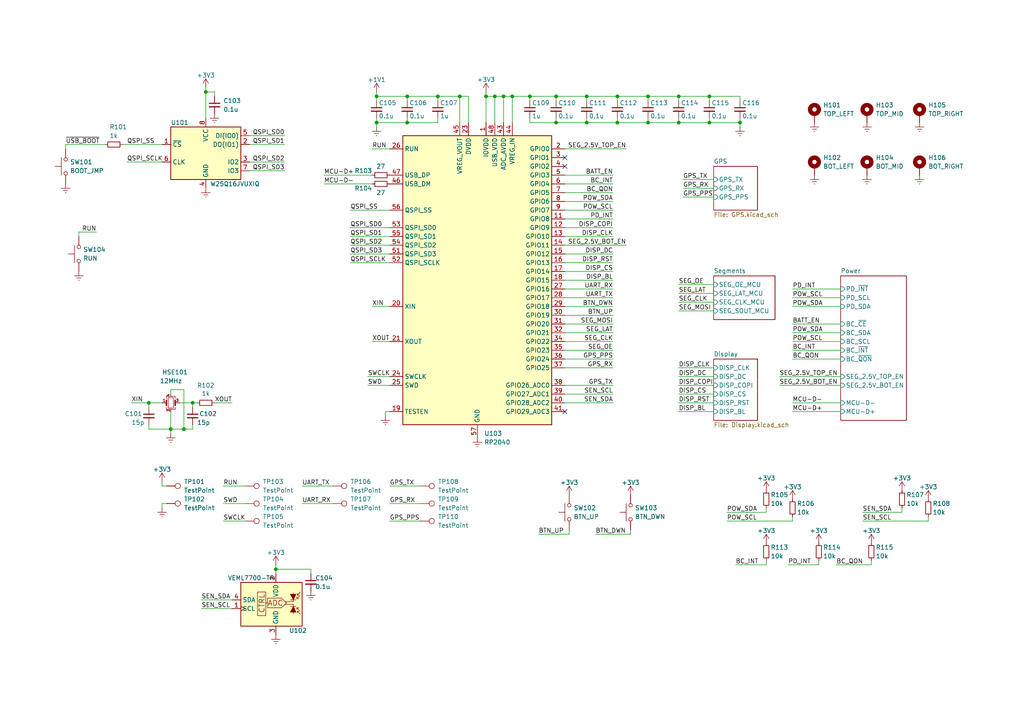
<source format=kicad_sch>
(kicad_sch (version 20211123) (generator eeschema)
  (paper "A4")
  (lib_symbols
    (symbol "Clock:VEML7700-TR"
      (property "Reference" "U" (at -7.62 6.35 0))
      (property "Value" "VEML7700-TR" (at 1.27 6.35 0))
      (symbol "VEML7700-TR_0_0"
        (polyline (pts (xy 2.413 -0.889) (xy 2.794 -0.889)))
        (polyline (pts (xy -5.08 -4.064) (xy -5.08 -1.27) (xy -2.667 -1.27)))
        (polyline (pts (xy -5.08 2.032) (xy -5.08 -0.508) (xy -2.667 -0.508)))
        (polyline (pts (xy -3.048 -0.889) (xy -1.651 -2.286) (xy 2.413 -2.286) (xy 2.413 -0.889)))
        (polyline (pts (xy -3.048 -0.889) (xy -1.651 0.508) (xy 2.413 0.508) (xy 2.413 -0.889)))
        (rectangle (start 2.921 2.286) (end 5.334 -4.572))
        (text "ADC" (at 0.127 -0.889 0) (effects (font (size 1.524 1.524))))
        (text "CTRL" (at 4.064 -1.016 900) (effects (font (size 1.524 1.524))))
      )
      (symbol "VEML7700-TR_0_1"
        (polyline (pts (xy -6.223 -3.302) (xy -7.112 -4.191)))
        (polyline (pts (xy -6.223 -3.302) (xy -6.731 -3.302)))
        (polyline (pts (xy -6.223 -3.302) (xy -6.223 -3.81)))
        (polyline (pts (xy -6.223 1.397) (xy -7.112 2.286)))
        (polyline (pts (xy -6.223 1.397) (xy -6.731 1.397)))
        (polyline (pts (xy -6.223 1.397) (xy -6.223 1.905)))
        (polyline (pts (xy -6.096 -2.286) (xy -6.985 -3.175)))
        (polyline (pts (xy -6.096 -2.286) (xy -6.604 -2.286)))
        (polyline (pts (xy -6.096 -2.286) (xy -6.096 -2.794)))
        (polyline (pts (xy -6.096 0.381) (xy -6.985 1.27)))
        (polyline (pts (xy -6.096 0.381) (xy -6.604 0.381)))
        (polyline (pts (xy -6.096 0.381) (xy -6.096 0.889)))
        (polyline (pts (xy -5.842 -1.905) (xy -4.191 -1.905)))
        (polyline (pts (xy -5.842 0) (xy -4.191 0)))
        (polyline (pts (xy -5.842 -3.556) (xy -4.191 -3.556) (xy -5.08 -1.905) (xy -5.842 -3.556)) (fill (type outline)))
        (polyline (pts (xy -5.842 1.651) (xy -4.191 1.651) (xy -5.08 0) (xy -5.842 1.651)) (fill (type outline)))
        (rectangle (start 10.16 5.08) (end -7.62 -7.62) (stroke (width 0.254)) (fill (type background)))
      )
      (symbol "VEML7700-TR_1_1"
        (pin input clock (at 12.7 -2.54 180) (length 2.54) (name "SCL") (number "1"))
        (pin power_in line (at 0 7.62 270) (length 2.54) (name "VDD") (number "2"))
        (pin power_in line (at 0 -10.16 90) (length 2.54) (name "GND") (number "3"))
        (pin bidirectional line (at 12.7 0 180) (length 2.54) (name "SDA") (number "4"))
      )
    )
    (symbol "Clock:W25Q16JVUXIQ"
      (property "Reference" "U" (at -8.89 8.89 0))
      (property "Value" "W25Q16JVUXIQ" (at 7.62 8.89 0))
      (symbol "W25Q16JVUXIQ_0_1"
        (rectangle (start -10.16 7.62) (end 10.16 -7.62) (stroke (width 0.254)) (fill (type background)))
      )
      (symbol "W25Q16JVUXIQ_1_1"
        (pin input line (at -12.7 2.54 0) (length 2.54) (name "~{CS}") (number "1"))
        (pin bidirectional line (at 12.7 2.54 180) (length 2.54) (name "DO(IO1)") (number "2"))
        (pin bidirectional line (at 12.7 -2.54 180) (length 2.54) (name "IO2") (number "3"))
        (pin power_in line (at 0 -10.16 90) (length 2.54) (name "GND") (number "4"))
        (pin bidirectional line (at 12.7 5.08 180) (length 2.54) (name "DI(IO0)") (number "5"))
        (pin input line (at -12.7 -2.54 0) (length 2.54) (name "CLK") (number "6"))
        (pin bidirectional line (at 12.7 -5.08 180) (length 2.54) (name "IO3") (number "7"))
        (pin power_in line (at 0 10.16 270) (length 2.54) (name "VCC") (number "8"))
      )
    )
    (symbol "Connector:TestPoint" (pin_numbers hide) (pin_names (offset 0.762) hide)
      (property "Reference" "TP" (at 0 6.858 0))
      (property "Value" "TestPoint" (at 0 5.08 0))
      (symbol "TestPoint_0_1"
        (circle (center 0 3.302) (radius 0.762))
      )
      (symbol "TestPoint_1_1"
        (pin passive line (at 0 0 90) (length 2.54) (name "1") (number "1"))
      )
    )
    (symbol "Device:C_Small" (pin_numbers hide) (pin_names (offset 0.254) hide)
      (property "Reference" "C" (at 0.254 1.778 0))
      (property "Value" "C_Small" (at 0.254 -2.032 0))
      (symbol "C_Small_0_1"
        (polyline (pts (xy -1.524 -0.508) (xy 1.524 -0.508)) (stroke (width 0.3302)))
        (polyline (pts (xy -1.524 0.508) (xy 1.524 0.508)) (stroke (width 0.3048)))
      )
      (symbol "C_Small_1_1"
        (pin passive line (at 0 2.54 270) (length 2.032) (name "~") (number "1"))
        (pin passive line (at 0 -2.54 90) (length 2.032) (name "~") (number "2"))
      )
    )
    (symbol "Device:Crystal_GND24_Small" (pin_names (offset 1.016) hide)
      (property "Reference" "Y" (at 1.27 4.445 0))
      (property "Value" "Crystal_GND24_Small" (at 1.27 2.54 0))
      (symbol "Crystal_GND24_Small_0_1"
        (rectangle (start -0.762 -1.524) (end 0.762 1.524))
        (polyline (pts (xy -1.27 -0.762) (xy -1.27 0.762)) (stroke (width 0.381)))
        (polyline (pts (xy 1.27 -0.762) (xy 1.27 0.762)) (stroke (width 0.381)))
        (polyline (pts (xy -1.27 -1.27) (xy -1.27 -1.905) (xy 1.27 -1.905) (xy 1.27 -1.27)))
        (polyline (pts (xy -1.27 1.27) (xy -1.27 1.905) (xy 1.27 1.905) (xy 1.27 1.27)))
      )
      (symbol "Crystal_GND24_Small_1_1"
        (pin passive line (at -2.54 0 0) (length 1.27) (name "1") (number "1"))
        (pin passive line (at 0 -2.54 90) (length 0.635) (name "2") (number "2"))
        (pin passive line (at 2.54 0 180) (length 1.27) (name "3") (number "3"))
        (pin passive line (at 0 2.54 270) (length 0.635) (name "4") (number "4"))
      )
    )
    (symbol "Device:R_Small" (pin_numbers hide) (pin_names (offset 0.254) hide)
      (property "Reference" "R" (at 0.762 0.508 0))
      (property "Value" "R_Small" (at 0.762 -1.016 0))
      (symbol "R_Small_0_1"
        (rectangle (start -0.762 1.778) (end 0.762 -1.778) (stroke (width 0.2032)))
      )
      (symbol "R_Small_1_1"
        (pin passive line (at 0 2.54 270) (length 0.762) (name "~") (number "1"))
        (pin passive line (at 0 -2.54 90) (length 0.762) (name "~") (number "2"))
      )
    )
    (symbol "MCU_RaspberryPi:RP2040"
      (property "Reference" "U" (at 17.78 45.72 0))
      (property "Value" "RP2040" (at 17.78 43.18 0))
      (symbol "RP2040_0_1"
        (rectangle (start -21.59 41.91) (end 21.59 -41.91) (stroke (width 0.254)) (fill (type background)))
      )
      (symbol "RP2040_1_1"
        (pin power_in line (at 2.54 45.72 270) (length 3.81) (name "IOVDD") (number "1"))
        (pin passive line (at 2.54 45.72 270) (length 3.81) hide (name "IOVDD") (number "10"))
        (pin bidirectional line (at 25.4 17.78 180) (length 3.81) (name "GPIO8") (number "11"))
        (pin bidirectional line (at 25.4 15.24 180) (length 3.81) (name "GPIO9") (number "12"))
        (pin bidirectional line (at 25.4 12.7 180) (length 3.81) (name "GPIO10") (number "13"))
        (pin bidirectional line (at 25.4 10.16 180) (length 3.81) (name "GPIO11") (number "14"))
        (pin bidirectional line (at 25.4 7.62 180) (length 3.81) (name "GPIO12") (number "15"))
        (pin bidirectional line (at 25.4 5.08 180) (length 3.81) (name "GPIO13") (number "16"))
        (pin bidirectional line (at 25.4 2.54 180) (length 3.81) (name "GPIO14") (number "17"))
        (pin bidirectional line (at 25.4 0 180) (length 3.81) (name "GPIO15") (number "18"))
        (pin input line (at -25.4 -38.1 0) (length 3.81) (name "TESTEN") (number "19"))
        (pin bidirectional line (at 25.4 38.1 180) (length 3.81) (name "GPIO0") (number "2"))
        (pin input line (at -25.4 -7.62 0) (length 3.81) (name "XIN") (number "20"))
        (pin passive line (at -25.4 -17.78 0) (length 3.81) (name "XOUT") (number "21"))
        (pin passive line (at 2.54 45.72 270) (length 3.81) hide (name "IOVDD") (number "22"))
        (pin power_in line (at -2.54 45.72 270) (length 3.81) (name "DVDD") (number "23"))
        (pin output line (at -25.4 -27.94 0) (length 3.81) (name "SWCLK") (number "24"))
        (pin bidirectional line (at -25.4 -30.48 0) (length 3.81) (name "SWD") (number "25"))
        (pin input line (at -25.4 38.1 0) (length 3.81) (name "RUN") (number "26"))
        (pin bidirectional line (at 25.4 -2.54 180) (length 3.81) (name "GPIO16") (number "27"))
        (pin bidirectional line (at 25.4 -5.08 180) (length 3.81) (name "GPIO17") (number "28"))
        (pin bidirectional line (at 25.4 -7.62 180) (length 3.81) (name "GPIO18") (number "29"))
        (pin bidirectional line (at 25.4 35.56 180) (length 3.81) (name "GPIO1") (number "3"))
        (pin bidirectional line (at 25.4 -10.16 180) (length 3.81) (name "GPIO19") (number "30"))
        (pin bidirectional line (at 25.4 -12.7 180) (length 3.81) (name "GPIO20") (number "31"))
        (pin bidirectional line (at 25.4 -15.24 180) (length 3.81) (name "GPIO21") (number "32"))
        (pin passive line (at 2.54 45.72 270) (length 3.81) hide (name "IOVDD") (number "33"))
        (pin bidirectional line (at 25.4 -17.78 180) (length 3.81) (name "GPIO22") (number "34"))
        (pin bidirectional line (at 25.4 -20.32 180) (length 3.81) (name "GPIO23") (number "35"))
        (pin bidirectional line (at 25.4 -22.86 180) (length 3.81) (name "GPIO24") (number "36"))
        (pin bidirectional line (at 25.4 -25.4 180) (length 3.81) (name "GPIO25") (number "37"))
        (pin bidirectional line (at 25.4 -30.48 180) (length 3.81) (name "GPIO26_ADC0") (number "38"))
        (pin bidirectional line (at 25.4 -33.02 180) (length 3.81) (name "GPIO27_ADC1") (number "39"))
        (pin bidirectional line (at 25.4 33.02 180) (length 3.81) (name "GPIO2") (number "4"))
        (pin bidirectional line (at 25.4 -35.56 180) (length 3.81) (name "GPIO28_ADC2") (number "40"))
        (pin bidirectional line (at 25.4 -38.1 180) (length 3.81) (name "GPIO29_ADC3") (number "41"))
        (pin passive line (at 2.54 45.72 270) (length 3.81) hide (name "IOVDD") (number "42"))
        (pin power_in line (at 7.62 45.72 270) (length 3.81) (name "ADC_AVDD") (number "43"))
        (pin power_in line (at 10.16 45.72 270) (length 3.81) (name "VREG_IN") (number "44"))
        (pin power_out line (at -5.08 45.72 270) (length 3.81) (name "VREG_VOUT") (number "45"))
        (pin bidirectional line (at -25.4 27.94 0) (length 3.81) (name "USB_DM") (number "46"))
        (pin bidirectional line (at -25.4 30.48 0) (length 3.81) (name "USB_DP") (number "47"))
        (pin power_in line (at 5.08 45.72 270) (length 3.81) (name "USB_VDD") (number "48"))
        (pin passive line (at 2.54 45.72 270) (length 3.81) hide (name "IOVDD") (number "49"))
        (pin bidirectional line (at 25.4 30.48 180) (length 3.81) (name "GPIO3") (number "5"))
        (pin passive line (at -2.54 45.72 270) (length 3.81) hide (name "DVDD") (number "50"))
        (pin bidirectional line (at -25.4 7.62 0) (length 3.81) (name "QSPI_SD3") (number "51"))
        (pin output line (at -25.4 5.08 0) (length 3.81) (name "QSPI_SCLK") (number "52"))
        (pin bidirectional line (at -25.4 15.24 0) (length 3.81) (name "QSPI_SD0") (number "53"))
        (pin bidirectional line (at -25.4 10.16 0) (length 3.81) (name "QSPI_SD2") (number "54"))
        (pin bidirectional line (at -25.4 12.7 0) (length 3.81) (name "QSPI_SD1") (number "55"))
        (pin bidirectional line (at -25.4 20.32 0) (length 3.81) (name "QSPI_SS") (number "56"))
        (pin power_in line (at 0 -45.72 90) (length 3.81) (name "GND") (number "57"))
        (pin bidirectional line (at 25.4 27.94 180) (length 3.81) (name "GPIO4") (number "6"))
        (pin bidirectional line (at 25.4 25.4 180) (length 3.81) (name "GPIO5") (number "7"))
        (pin bidirectional line (at 25.4 22.86 180) (length 3.81) (name "GPIO6") (number "8"))
        (pin bidirectional line (at 25.4 20.32 180) (length 3.81) (name "GPIO7") (number "9"))
      )
    )
    (symbol "Mechanical:MountingHole_Pad" (pin_numbers hide) (pin_names (offset 1.016) hide)
      (property "Reference" "H" (at 0 6.35 0))
      (property "Value" "MountingHole_Pad" (at 0 4.445 0))
      (symbol "MountingHole_Pad_0_1"
        (circle (center 0 1.27) (radius 1.27) (stroke (width 1.27)))
      )
      (symbol "MountingHole_Pad_1_1"
        (pin input line (at 0 -2.54 90) (length 2.54) (name "1") (number "1"))
      )
    )
    (symbol "Switch:SW_Push" (pin_numbers hide) (pin_names (offset 1.016) hide)
      (property "Reference" "SW" (at 1.27 2.54 0))
      (property "Value" "SW_Push" (at 0 -1.524 0))
      (symbol "SW_Push_0_1"
        (circle (center -2.032 0) (radius 0.508))
        (polyline (pts (xy 0 1.27) (xy 0 3.048)))
        (polyline (pts (xy 2.54 1.27) (xy -2.54 1.27)))
        (circle (center 2.032 0) (radius 0.508))
        (pin passive line (at -5.08 0 0) (length 2.54) (name "1") (number "1"))
        (pin passive line (at 5.08 0 180) (length 2.54) (name "2") (number "2"))
      )
    )
    (symbol "power:+1V1" (power) (pin_names (offset 0))
      (property "Value" "+1V1" (at 0 3.556 0))
      (symbol "+1V1_0_1"
        (polyline (pts (xy -0.762 1.27) (xy 0 2.54)))
        (polyline (pts (xy 0 0) (xy 0 2.54)))
        (polyline (pts (xy 0 2.54) (xy 0.762 1.27)))
      )
      (symbol "+1V1_1_1"
        (pin power_in line (at 0 0 90) (length 0) hide (name "+1V1") (number "1"))
      )
    )
    (symbol "power:+3V3" (power) (pin_names (offset 0))
      (property "Value" "+3V3" (at 0 3.556 0))
      (symbol "+3V3_0_1"
        (polyline (pts (xy -0.762 1.27) (xy 0 2.54)))
        (polyline (pts (xy 0 0) (xy 0 2.54)))
        (polyline (pts (xy 0 2.54) (xy 0.762 1.27)))
      )
      (symbol "+3V3_1_1"
        (pin power_in line (at 0 0 90) (length 0) hide (name "+3V3") (number "1"))
      )
    )
    (symbol "power:Earth" (power) (pin_names (offset 0))
      (symbol "Earth_0_1"
        (polyline (pts (xy -0.635 -1.905) (xy 0.635 -1.905)))
        (polyline (pts (xy -0.127 -2.54) (xy 0.127 -2.54)))
        (polyline (pts (xy 0 -1.27) (xy 0 0)))
        (polyline (pts (xy 1.27 -1.27) (xy -1.27 -1.27)))
      )
      (symbol "Earth_1_1"
        (pin power_in line (at 0 0 270) (length 0) hide (name "Earth") (number "1"))
      )
    )
  )
  (junction (at 161.29 35.56))
  (junction (at 59.69 26.67))
  (junction (at 53.34 124.46))
  (junction (at 109.22 35.56))
  (junction (at 133.35 27.94))
  (junction (at 161.29 27.94))
  (junction (at 43.18 116.84))
  (junction (at 80.01 165.1))
  (junction (at 170.18 35.56))
  (junction (at 170.18 27.94))
  (junction (at 214.63 35.56))
  (junction (at 55.88 116.84))
  (junction (at 196.85 27.94))
  (junction (at 127 27.94))
  (junction (at 143.51 27.94))
  (junction (at 196.85 35.56))
  (junction (at 187.96 35.56))
  (junction (at 205.74 27.94))
  (junction (at 153.67 27.94))
  (junction (at 187.96 27.94))
  (junction (at 49.53 124.46))
  (junction (at 109.22 27.94))
  (junction (at 140.97 27.94))
  (junction (at 148.59 27.94))
  (junction (at 205.74 35.56))
  (junction (at 146.05 27.94))
  (junction (at 118.11 35.56))
  (junction (at 179.07 35.56))
  (junction (at 118.11 27.94))
  (junction (at 179.07 27.94))
  (no_connect (at 163.83 119.38))
  (no_connect (at 163.83 45.72))
  (no_connect (at 163.83 48.26))
  (wire (pts (xy 53.34 124.46) (xy 49.53 124.46)))
  (wire (pts (xy 187.96 27.94) (xy 187.96 29.21)))
  (wire (pts (xy 19.05 41.91) (xy 30.48 41.91)))
  (wire (pts (xy 55.88 116.84) (xy 55.88 118.11)))
  (wire (pts (xy 196.85 119.38) (xy 207.01 119.38)))
  (wire (pts (xy 163.83 88.9) (xy 177.8 88.9)))
  (wire (pts (xy 53.34 113.03) (xy 53.34 124.46)))
  (wire (pts (xy 107.95 43.18) (xy 113.03 43.18)))
  (wire (pts (xy 196.85 111.76) (xy 207.01 111.76)))
  (wire (pts (xy 161.29 27.94) (xy 170.18 27.94)))
  (wire (pts (xy 226.06 109.22) (xy 243.84 109.22)))
  (wire (pts (xy 170.18 27.94) (xy 179.07 27.94)))
  (wire (pts (xy 205.74 35.56) (xy 196.85 35.56)))
  (wire (pts (xy 27.94 67.31) (xy 22.86 67.31)))
  (wire (pts (xy 177.8 55.88) (xy 163.83 55.88)))
  (wire (pts (xy 90.17 165.1) (xy 80.01 165.1)))
  (wire (pts (xy 187.96 34.29) (xy 187.96 35.56)))
  (wire (pts (xy 170.18 35.56) (xy 161.29 35.56)))
  (wire (pts (xy 80.01 163.83) (xy 80.01 165.1)))
  (wire (pts (xy 163.83 91.44) (xy 177.8 91.44)))
  (wire (pts (xy 250.19 151.13) (xy 269.24 151.13)))
  (wire (pts (xy 43.18 124.46) (xy 49.53 124.46)))
  (wire (pts (xy 226.06 111.76) (xy 243.84 111.76)))
  (wire (pts (xy 198.12 54.61) (xy 207.01 54.61)))
  (wire (pts (xy 87.63 146.05) (xy 96.52 146.05)))
  (wire (pts (xy 229.87 101.6) (xy 243.84 101.6)))
  (wire (pts (xy 72.39 39.37) (xy 82.55 39.37)))
  (wire (pts (xy 140.97 35.56) (xy 140.97 27.94)))
  (wire (pts (xy 163.83 76.2) (xy 177.8 76.2)))
  (wire (pts (xy 118.11 34.29) (xy 118.11 35.56)))
  (wire (pts (xy 165.1 154.94) (xy 165.1 153.67)))
  (wire (pts (xy 72.39 49.53) (xy 82.55 49.53)))
  (wire (pts (xy 113.03 146.05) (xy 121.92 146.05)))
  (wire (pts (xy 118.11 27.94) (xy 118.11 29.21)))
  (wire (pts (xy 64.77 140.97) (xy 71.12 140.97)))
  (wire (pts (xy 163.83 83.82) (xy 177.8 83.82)))
  (wire (pts (xy 46.99 139.7) (xy 46.99 140.97)))
  (wire (pts (xy 250.19 148.59) (xy 261.62 148.59)))
  (wire (pts (xy 109.22 35.56) (xy 109.22 36.83)))
  (wire (pts (xy 207.01 85.09) (xy 196.85 85.09)))
  (wire (pts (xy 229.87 96.52) (xy 243.84 96.52)))
  (wire (pts (xy 214.63 35.56) (xy 214.63 36.83)))
  (wire (pts (xy 111.76 119.38) (xy 113.03 119.38)))
  (wire (pts (xy 148.59 27.94) (xy 148.59 35.56)))
  (wire (pts (xy 182.88 153.67) (xy 182.88 154.94)))
  (wire (pts (xy 127 35.56) (xy 118.11 35.56)))
  (wire (pts (xy 93.98 50.8) (xy 107.95 50.8)))
  (wire (pts (xy 153.67 27.94) (xy 161.29 27.94)))
  (wire (pts (xy 43.18 116.84) (xy 46.99 116.84)))
  (wire (pts (xy 252.73 163.83) (xy 252.73 162.56)))
  (wire (pts (xy 229.87 86.36) (xy 243.84 86.36)))
  (wire (pts (xy 19.05 43.18) (xy 19.05 41.91)))
  (wire (pts (xy 163.83 104.14) (xy 177.8 104.14)))
  (wire (pts (xy 163.83 96.52) (xy 177.8 96.52)))
  (wire (pts (xy 222.25 147.32) (xy 222.25 148.59)))
  (wire (pts (xy 196.85 116.84) (xy 207.01 116.84)))
  (wire (pts (xy 161.29 35.56) (xy 153.67 35.56)))
  (wire (pts (xy 179.07 35.56) (xy 170.18 35.56)))
  (wire (pts (xy 46.99 147.32) (xy 46.99 146.05)))
  (wire (pts (xy 72.39 41.91) (xy 82.55 41.91)))
  (wire (pts (xy 143.51 27.94) (xy 146.05 27.94)))
  (wire (pts (xy 109.22 27.94) (xy 118.11 27.94)))
  (wire (pts (xy 118.11 35.56) (xy 109.22 35.56)))
  (wire (pts (xy 161.29 27.94) (xy 161.29 29.21)))
  (wire (pts (xy 87.63 140.97) (xy 96.52 140.97)))
  (wire (pts (xy 179.07 27.94) (xy 179.07 29.21)))
  (wire (pts (xy 163.83 86.36) (xy 177.8 86.36)))
  (wire (pts (xy 181.61 43.18) (xy 163.83 43.18)))
  (wire (pts (xy 46.99 140.97) (xy 48.26 140.97)))
  (wire (pts (xy 196.85 27.94) (xy 205.74 27.94)))
  (wire (pts (xy 205.74 27.94) (xy 205.74 29.21)))
  (wire (pts (xy 163.83 81.28) (xy 177.8 81.28)))
  (wire (pts (xy 64.77 151.13) (xy 71.12 151.13)))
  (wire (pts (xy 229.87 149.86) (xy 229.87 151.13)))
  (wire (pts (xy 55.88 124.46) (xy 53.34 124.46)))
  (wire (pts (xy 93.98 53.34) (xy 107.95 53.34)))
  (wire (pts (xy 90.17 166.37) (xy 90.17 165.1)))
  (wire (pts (xy 210.82 151.13) (xy 229.87 151.13)))
  (wire (pts (xy 196.85 106.68) (xy 207.01 106.68)))
  (wire (pts (xy 163.83 93.98) (xy 177.8 93.98)))
  (wire (pts (xy 198.12 57.15) (xy 207.01 57.15)))
  (wire (pts (xy 196.85 34.29) (xy 196.85 35.56)))
  (wire (pts (xy 229.87 93.98) (xy 243.84 93.98)))
  (wire (pts (xy 59.69 25.4) (xy 59.69 26.67)))
  (wire (pts (xy 113.03 140.97) (xy 121.92 140.97)))
  (wire (pts (xy 205.74 27.94) (xy 214.63 27.94)))
  (wire (pts (xy 196.85 109.22) (xy 207.01 109.22)))
  (wire (pts (xy 127 34.29) (xy 127 35.56)))
  (wire (pts (xy 58.42 173.99) (xy 67.31 173.99)))
  (wire (pts (xy 163.83 106.68) (xy 177.8 106.68)))
  (wire (pts (xy 222.25 163.83) (xy 222.25 162.56)))
  (wire (pts (xy 163.83 68.58) (xy 177.8 68.58)))
  (wire (pts (xy 229.87 99.06) (xy 243.84 99.06)))
  (wire (pts (xy 101.6 71.12) (xy 113.03 71.12)))
  (wire (pts (xy 187.96 27.94) (xy 196.85 27.94)))
  (wire (pts (xy 101.6 66.04) (xy 113.03 66.04)))
  (wire (pts (xy 72.39 46.99) (xy 82.55 46.99)))
  (wire (pts (xy 177.8 63.5) (xy 163.83 63.5)))
  (wire (pts (xy 106.68 109.22) (xy 113.03 109.22)))
  (wire (pts (xy 55.88 123.19) (xy 55.88 124.46)))
  (wire (pts (xy 64.77 146.05) (xy 71.12 146.05)))
  (wire (pts (xy 237.49 163.83) (xy 237.49 162.56)))
  (wire (pts (xy 163.83 60.96) (xy 177.8 60.96)))
  (wire (pts (xy 101.6 60.96) (xy 113.03 60.96)))
  (wire (pts (xy 52.07 116.84) (xy 55.88 116.84)))
  (wire (pts (xy 172.72 154.94) (xy 182.88 154.94)))
  (wire (pts (xy 43.18 116.84) (xy 43.18 118.11)))
  (wire (pts (xy 207.01 90.17) (xy 196.85 90.17)))
  (wire (pts (xy 181.61 71.12) (xy 163.83 71.12)))
  (wire (pts (xy 109.22 29.21) (xy 109.22 27.94)))
  (wire (pts (xy 43.18 123.19) (xy 43.18 124.46)))
  (wire (pts (xy 22.86 67.31) (xy 22.86 68.58)))
  (wire (pts (xy 269.24 149.86) (xy 269.24 151.13)))
  (wire (pts (xy 163.83 111.76) (xy 177.8 111.76)))
  (wire (pts (xy 207.01 87.63) (xy 196.85 87.63)))
  (wire (pts (xy 101.6 76.2) (xy 113.03 76.2)))
  (wire (pts (xy 127 27.94) (xy 133.35 27.94)))
  (wire (pts (xy 62.23 26.67) (xy 62.23 27.94)))
  (wire (pts (xy 179.07 27.94) (xy 187.96 27.94)))
  (wire (pts (xy 107.95 99.06) (xy 113.03 99.06)))
  (wire (pts (xy 196.85 35.56) (xy 187.96 35.56)))
  (wire (pts (xy 163.83 116.84) (xy 177.8 116.84)))
  (wire (pts (xy 170.18 34.29) (xy 170.18 35.56)))
  (wire (pts (xy 49.53 113.03) (xy 53.34 113.03)))
  (wire (pts (xy 140.97 26.67) (xy 140.97 27.94)))
  (wire (pts (xy 214.63 34.29) (xy 214.63 35.56)))
  (wire (pts (xy 187.96 35.56) (xy 179.07 35.56)))
  (wire (pts (xy 111.76 120.65) (xy 111.76 119.38)))
  (wire (pts (xy 214.63 29.21) (xy 214.63 27.94)))
  (wire (pts (xy 229.87 83.82) (xy 243.84 83.82)))
  (wire (pts (xy 261.62 147.32) (xy 261.62 148.59)))
  (wire (pts (xy 196.85 27.94) (xy 196.85 29.21)))
  (wire (pts (xy 107.95 88.9) (xy 113.03 88.9)))
  (wire (pts (xy 213.36 163.83) (xy 222.25 163.83)))
  (wire (pts (xy 196.85 114.3) (xy 207.01 114.3)))
  (wire (pts (xy 161.29 34.29) (xy 161.29 35.56)))
  (wire (pts (xy 229.87 119.38) (xy 243.84 119.38)))
  (wire (pts (xy 49.53 114.3) (xy 49.53 113.03)))
  (wire (pts (xy 143.51 27.94) (xy 143.51 35.56)))
  (wire (pts (xy 38.1 116.84) (xy 43.18 116.84)))
  (wire (pts (xy 35.56 41.91) (xy 46.99 41.91)))
  (wire (pts (xy 229.87 116.84) (xy 243.84 116.84)))
  (wire (pts (xy 133.35 35.56) (xy 133.35 27.94)))
  (wire (pts (xy 121.92 151.13) (xy 113.03 151.13)))
  (wire (pts (xy 49.53 119.38) (xy 49.53 124.46)))
  (wire (pts (xy 207.01 82.55) (xy 196.85 82.55)))
  (wire (pts (xy 205.74 34.29) (xy 205.74 35.56)))
  (wire (pts (xy 156.21 154.94) (xy 165.1 154.94)))
  (wire (pts (xy 198.12 52.07) (xy 207.01 52.07)))
  (wire (pts (xy 163.83 101.6) (xy 177.8 101.6)))
  (wire (pts (xy 229.87 104.14) (xy 243.84 104.14)))
  (wire (pts (xy 59.69 34.29) (xy 59.69 26.67)))
  (wire (pts (xy 146.05 27.94) (xy 148.59 27.94)))
  (wire (pts (xy 118.11 27.94) (xy 127 27.94)))
  (wire (pts (xy 146.05 27.94) (xy 146.05 35.56)))
  (wire (pts (xy 163.83 78.74) (xy 177.8 78.74)))
  (wire (pts (xy 177.8 50.8) (xy 163.83 50.8)))
  (wire (pts (xy 58.42 176.53) (xy 67.31 176.53)))
  (wire (pts (xy 153.67 29.21) (xy 153.67 27.94)))
  (wire (pts (xy 177.8 53.34) (xy 163.83 53.34)))
  (wire (pts (xy 59.69 26.67) (xy 62.23 26.67)))
  (wire (pts (xy 163.83 114.3) (xy 177.8 114.3)))
  (wire (pts (xy 179.07 34.29) (xy 179.07 35.56)))
  (wire (pts (xy 163.83 66.04) (xy 177.8 66.04)))
  (wire (pts (xy 170.18 27.94) (xy 170.18 29.21)))
  (wire (pts (xy 109.22 35.56) (xy 109.22 34.29)))
  (wire (pts (xy 210.82 148.59) (xy 222.25 148.59)))
  (wire (pts (xy 106.68 111.76) (xy 113.03 111.76)))
  (wire (pts (xy 214.63 35.56) (xy 205.74 35.56)))
  (wire (pts (xy 229.87 88.9) (xy 243.84 88.9)))
  (wire (pts (xy 135.89 27.94) (xy 135.89 35.56)))
  (wire (pts (xy 127 27.94) (xy 127 29.21)))
  (wire (pts (xy 62.23 116.84) (xy 67.31 116.84)))
  (wire (pts (xy 101.6 73.66) (xy 113.03 73.66)))
  (wire (pts (xy 80.01 165.1) (xy 80.01 166.37)))
  (wire (pts (xy 57.15 116.84) (xy 55.88 116.84)))
  (wire (pts (xy 163.83 99.06) (xy 177.8 99.06)))
  (wire (pts (xy 46.99 146.05) (xy 48.26 146.05)))
  (wire (pts (xy 140.97 27.94) (xy 143.51 27.94)))
  (wire (pts (xy 242.57 163.83) (xy 252.73 163.83)))
  (wire (pts (xy 36.83 46.99) (xy 46.99 46.99)))
  (wire (pts (xy 163.83 58.42) (xy 177.8 58.42)))
  (wire (pts (xy 133.35 27.94) (xy 135.89 27.94)))
  (wire (pts (xy 101.6 68.58) (xy 113.03 68.58)))
  (wire (pts (xy 153.67 35.56) (xy 153.67 34.29)))
  (wire (pts (xy 153.67 27.94) (xy 148.59 27.94)))
  (wire (pts (xy 49.53 125.73) (xy 49.53 124.46)))
  (wire (pts (xy 228.6 163.83) (xy 237.49 163.83)))
  (wire (pts (xy 109.22 26.67) (xy 109.22 27.94)))
  (wire (pts (xy 163.83 73.66) (xy 177.8 73.66)))
  (label "POW_SDA" (at 177.8 58.42 180))
  (label "RUN" (at 64.77 140.97 0))
  (label "BTN_DWN" (at 177.8 88.9 180))
  (label "GPS_PPS" (at 198.12 57.15 0))
  (label "DISP_CS" (at 177.8 78.74 180))
  (label "BC_QON" (at 177.8 55.88 180))
  (label "POW_SCL" (at 210.82 151.13 0))
  (label "QSPI_SD1" (at 101.6 68.58 0))
  (label "QSPI_SD3" (at 101.6 73.66 0))
  (label "RUN" (at 27.94 67.31 180))
  (label "~{USB_BOOT}" (at 19.05 41.91 0))
  (label "MCU-D+" (at 229.87 119.38 0))
  (label "SEN_SDA" (at 58.42 173.99 0))
  (label "DISP_CLK" (at 196.85 106.68 0))
  (label "SEG_2.5V_TOP_EN" (at 226.06 109.22 0))
  (label "QSPI_SCLK" (at 36.83 46.99 0))
  (label "POW_SDA" (at 210.82 148.59 0))
  (label "BATT_EN" (at 177.8 50.8 180))
  (label "RUN" (at 107.95 43.18 0))
  (label "SWD" (at 106.68 111.76 0))
  (label "MCU-D+" (at 93.98 50.8 0))
  (label "SEG_OE" (at 177.8 101.6 180))
  (label "SEG_2.5V_BOT_EN" (at 226.06 111.76 0))
  (label "PD_INT" (at 229.87 83.82 0))
  (label "MCU-D-" (at 229.87 116.84 0))
  (label "POW_SDA" (at 229.87 88.9 0))
  (label "GPS_RX" (at 198.12 54.61 0))
  (label "QSPI_SD0" (at 101.6 66.04 0))
  (label "QSPI_SS" (at 36.83 41.91 0))
  (label "QSPI_SCLK" (at 101.6 76.2 0))
  (label "UART_TX" (at 87.63 140.97 0))
  (label "DISP_DC" (at 196.85 109.22 0))
  (label "MCU-D-" (at 93.98 53.34 0))
  (label "XOUT" (at 67.31 116.84 180))
  (label "GPS_PPS" (at 113.03 151.13 0))
  (label "GPS_PPS" (at 177.8 104.14 180))
  (label "SEG_CLK" (at 196.85 87.63 0))
  (label "SEN_SCL" (at 250.19 151.13 0))
  (label "UART_TX" (at 177.8 86.36 180))
  (label "SEG_MOSI" (at 196.85 90.17 0))
  (label "QSPI_SD3" (at 82.55 49.53 180))
  (label "QSPI_SD0" (at 82.55 39.37 180))
  (label "QSPI_SD1" (at 82.55 41.91 180))
  (label "XIN" (at 38.1 116.84 0))
  (label "QSPI_SS" (at 101.6 60.96 0))
  (label "SEG_LAT" (at 177.8 96.52 180))
  (label "BC_QON" (at 229.87 104.14 0))
  (label "SEN_SCL" (at 58.42 176.53 0))
  (label "BTN_UP" (at 156.21 154.94 0))
  (label "SEG_2.5V_TOP_EN" (at 181.61 43.18 180))
  (label "UART_RX" (at 87.63 146.05 0))
  (label "QSPI_SD2" (at 101.6 71.12 0))
  (label "GPS_TX" (at 113.03 140.97 0))
  (label "DISP_CLK" (at 177.8 68.58 180))
  (label "SEG_MOSI" (at 177.8 93.98 180))
  (label "UART_RX" (at 177.8 83.82 180))
  (label "DISP_BL" (at 177.8 81.28 180))
  (label "SWCLK" (at 64.77 151.13 0))
  (label "POW_SCL" (at 229.87 99.06 0))
  (label "GPS_RX" (at 177.8 106.68 180))
  (label "QSPI_SD2" (at 82.55 46.99 180))
  (label "GPS_TX" (at 177.8 111.76 180))
  (label "GPS_RX" (at 113.03 146.05 0))
  (label "BC_INT" (at 229.87 101.6 0))
  (label "DISP_RST" (at 196.85 116.84 0))
  (label "SEN_SDA" (at 177.8 116.84 180))
  (label "DISP_COPI" (at 196.85 111.76 0))
  (label "POW_SCL" (at 177.8 60.96 180))
  (label "BC_INT" (at 177.8 53.34 180))
  (label "BATT_EN" (at 229.87 93.98 0))
  (label "BC_INT" (at 213.36 163.83 0))
  (label "BC_QON" (at 242.57 163.83 0))
  (label "PD_INT" (at 177.8 63.5 180))
  (label "GPS_TX" (at 198.12 52.07 0))
  (label "SEG_OE" (at 196.85 82.55 0))
  (label "PD_INT" (at 228.6 163.83 0))
  (label "XIN" (at 107.95 88.9 0))
  (label "POW_SCL" (at 229.87 86.36 0))
  (label "SEG_2.5V_BOT_EN" (at 181.61 71.12 180))
  (label "DISP_DC" (at 177.8 73.66 180))
  (label "DISP_CS" (at 196.85 114.3 0))
  (label "DISP_RST" (at 177.8 76.2 180))
  (label "XOUT" (at 107.95 99.06 0))
  (label "DISP_BL" (at 196.85 119.38 0))
  (label "SEN_SDA" (at 250.19 148.59 0))
  (label "BTN_DWN" (at 172.72 154.94 0))
  (label "SEN_SCL" (at 177.8 114.3 180))
  (label "SEG_CLK" (at 177.8 99.06 180))
  (label "POW_SDA" (at 229.87 96.52 0))
  (label "SEG_LAT" (at 196.85 85.09 0))
  (label "SWCLK" (at 106.68 109.22 0))
  (label "SWD" (at 64.77 146.05 0))
  (label "DISP_COPI" (at 177.8 66.04 180))
  (label "BTN_UP" (at 177.8 91.44 180))
  (symbol (lib_id "Connector:TestPoint") (at 121.92 151.13 270) (unit 1)
    (property "Reference" "TP110" (at 127 149.8599 90) (effects (justify left)))
    (property "Value" "TestPoint" (at 127 152.3999 90) (effects (justify left)))
    (property "Footprint" "clock:MILLMAX_0531_PressFit" (effects hide))
  )
  (symbol (lib_id "power:Earth") (at 251.46 35.56 0) (unit 1)
    (property "Reference" "#PWR0126" (effects hide))
    (property "Value" "Earth" (effects hide))
  )
  (symbol (lib_id "power:+3V3") (at 261.62 142.24 0) (unit 1)
    (property "Reference" "#PWR0118" (effects hide))
    (property "Value" "+3V3" (at 261.62 138.684 0))
  )
  (symbol (lib_id "Device:C_Small") (at 214.63 31.75 0) (unit 1)
    (property "Reference" "C116" (at 215.265 29.845 0) (effects (justify left)))
    (property "Value" "0.1u" (at 215.265 33.655 0) (effects (justify left)))
    (property "Footprint" "Capacitor_SMD:C_0402_1005Metric" (effects hide))
  )
  (symbol (lib_id "Connector:TestPoint") (at 71.12 146.05 270) (unit 1)
    (property "Reference" "TP104" (at 76.2 144.7799 90) (effects (justify left)))
    (property "Value" "TestPoint" (at 76.2 147.3199 90) (effects (justify left)))
    (property "Footprint" "clock:MILLMAX_0531_PressFit" (effects hide))
  )
  (symbol (lib_id "Connector:TestPoint") (at 96.52 146.05 270) (unit 1)
    (property "Reference" "TP107" (at 101.6 144.7799 90) (effects (justify left)))
    (property "Value" "TestPoint" (at 101.6 147.3199 90) (effects (justify left)))
    (property "Footprint" "clock:MILLMAX_0531_PressFit" (effects hide))
  )
  (symbol (lib_id "Connector:TestPoint") (at 71.12 151.13 270) (unit 1)
    (property "Reference" "TP105" (at 76.2 149.8599 90) (effects (justify left)))
    (property "Value" "TestPoint" (at 76.2 152.3999 90) (effects (justify left)))
    (property "Footprint" "clock:MILLMAX_0531_PressFit" (effects hide))
  )
  (symbol (lib_id "power:+3V3") (at 222.25 142.24 0) (unit 1)
    (property "Reference" "#PWR0121" (effects hide))
    (property "Value" "+3V3" (at 222.25 138.684 0))
  )
  (symbol (lib_id "Connector:TestPoint") (at 48.26 146.05 270) (unit 1)
    (property "Reference" "TP102" (at 53.34 144.7799 90) (effects (justify left)))
    (property "Value" "TestPoint" (at 53.34 147.3199 90) (effects (justify left)))
    (property "Footprint" "clock:MILLMAX_0531_PressFit" (effects hide))
  )
  (symbol (lib_id "power:Earth") (at 214.63 36.83 0) (mirror y) (unit 1)
    (property "Reference" "#PWR0122" (effects hide))
    (property "Value" "Earth" (effects hide))
  )
  (symbol (lib_id "power:Earth") (at 59.69 54.61 0) (mirror y) (unit 1)
    (property "Reference" "#PWR0101" (effects hide))
    (property "Value" "Earth" (effects hide))
  )
  (symbol (lib_id "Device:R_Small") (at 110.49 50.8 90) (unit 1)
    (property "Reference" "R103" (at 107.95 49.53 90) (effects (justify left)))
    (property "Value" "27" (at 111.76 48.26 90) (effects (justify left)))
    (property "Footprint" "Resistor_SMD:R_0402_1005Metric" (effects hide))
  )
  (symbol (lib_id "power:Earth") (at 80.01 184.15 0) (mirror y) (unit 1)
    (property "Reference" "#PWR0110" (effects hide))
    (property "Value" "Earth" (effects hide))
  )
  (symbol (lib_id "Device:C_Small") (at 170.18 31.75 0) (unit 1)
    (property "Reference" "C111" (at 170.815 29.845 0) (effects (justify left)))
    (property "Value" "0.1u" (at 170.815 33.655 0) (effects (justify left)))
    (property "Footprint" "Capacitor_SMD:C_0402_1005Metric" (effects hide))
  )
  (symbol (lib_id "Device:R_Small") (at 237.49 160.02 0) (unit 1)
    (property "Reference" "R114" (at 238.76 158.75 0) (effects (justify left)))
    (property "Value" "10k" (at 238.76 161.29 0) (effects (justify left)))
    (property "Footprint" "Resistor_SMD:R_0402_1005Metric" (effects hide))
  )
  (symbol (lib_id "power:Earth") (at 62.23 33.02 0) (mirror y) (unit 1)
    (property "Reference" "#PWR0102" (effects hide))
    (property "Value" "Earth" (effects hide))
  )
  (symbol (lib_id "Device:C_Small") (at 55.88 120.65 0) (unit 1)
    (property "Reference" "C102" (at 57.785 120.015 0) (effects (justify left)))
    (property "Value" "15p" (at 57.15 122.555 0) (effects (justify left)))
    (property "Footprint" "Capacitor_SMD:C_0402_1005Metric" (effects hide))
  )
  (symbol (lib_id "power:+3V3") (at 80.01 163.83 0) (mirror y) (unit 1)
    (property "Reference" "#PWR0106" (effects hide))
    (property "Value" "+3V3" (at 80.01 160.274 0))
  )
  (symbol (lib_id "Mechanical:MountingHole_Pad") (at 236.22 48.26 0) (unit 1)
    (property "Reference" "H102" (at 238.76 45.7199 0) (effects (justify left)))
    (property "Value" "BOT_LEFT" (at 238.76 48.2599 0) (effects (justify left)))
    (property "Footprint" "MountingHole:MountingHole_3.2mm_M3_DIN965_Pad" (effects hide))
  )
  (symbol (lib_id "Switch:SW_Push") (at 182.88 148.59 90) (mirror x) (unit 1)
    (property "Reference" "SW103" (at 184.15 147.3199 90) (effects (justify right)))
    (property "Value" "BTN_DWN" (at 184.15 149.8599 90) (effects (justify right)))
    (property "Footprint" "clock:SW_SPST_EVQP2" (effects hide))
  )
  (symbol (lib_id "power:Earth") (at 138.43 127 0) (mirror y) (unit 1)
    (property "Reference" "#PWR0112" (effects hide))
    (property "Value" "Earth" (effects hide))
  )
  (symbol (lib_id "Mechanical:MountingHole_Pad") (at 266.7 33.02 0) (unit 1)
    (property "Reference" "H105" (at 269.24 30.4799 0) (effects (justify left)))
    (property "Value" "TOP_RIGHT" (at 269.24 33.0199 0) (effects (justify left)))
    (property "Footprint" "MountingHole:MountingHole_3.2mm_M3_DIN965_Pad" (effects hide))
  )
  (symbol (lib_id "Clock:VEML7700-TR") (at 80.01 173.99 0) (mirror y) (unit 1)
    (property "Reference" "U102" (at 83.82 182.88 0) (effects (justify right)))
    (property "Value" "VEML7700-TR" (at 66.04 167.64 0) (effects (justify right)))
    (property "Footprint" "clock:VEML7700" (effects hide))
    (property "Datasheet" "https://www.vishay.com/docs/84286/veml7700.pdf" (effects hide))
  )
  (symbol (lib_id "Device:C_Small") (at 43.18 120.65 0) (mirror y) (unit 1)
    (property "Reference" "C101" (at 41.275 120.015 0) (effects (justify left)))
    (property "Value" "15p" (at 41.91 122.555 0) (effects (justify left)))
    (property "Footprint" "Capacitor_SMD:C_0402_1005Metric" (effects hide))
  )
  (symbol (lib_id "power:Earth") (at 46.99 147.32 0) (unit 1)
    (property "Reference" "#PWR0107" (effects hide))
    (property "Value" "Earth" (effects hide))
  )
  (symbol (lib_id "Device:R_Small") (at 222.25 160.02 0) (unit 1)
    (property "Reference" "R113" (at 223.52 158.75 0) (effects (justify left)))
    (property "Value" "10k" (at 223.52 161.29 0) (effects (justify left)))
    (property "Footprint" "Resistor_SMD:R_0402_1005Metric" (effects hide))
  )
  (symbol (lib_id "Mechanical:MountingHole_Pad") (at 236.22 33.02 0) (unit 1)
    (property "Reference" "H101" (at 238.76 30.4799 0) (effects (justify left)))
    (property "Value" "TOP_LEFT" (at 238.76 33.0199 0) (effects (justify left)))
    (property "Footprint" "MountingHole:MountingHole_3.2mm_M3_DIN965_Pad" (effects hide))
  )
  (symbol (lib_id "Device:C_Small") (at 187.96 31.75 0) (unit 1)
    (property "Reference" "C113" (at 188.595 29.845 0) (effects (justify left)))
    (property "Value" "0.1u" (at 188.595 33.655 0) (effects (justify left)))
    (property "Footprint" "Capacitor_SMD:C_0402_1005Metric" (effects hide))
  )
  (symbol (lib_id "power:Earth") (at 19.05 53.34 0) (mirror y) (unit 1)
    (property "Reference" "#PWR0104" (effects hide))
    (property "Value" "Earth" (effects hide))
  )
  (symbol (lib_id "Connector:TestPoint") (at 121.92 140.97 270) (unit 1)
    (property "Reference" "TP108" (at 127 139.6999 90) (effects (justify left)))
    (property "Value" "TestPoint" (at 127 142.2399 90) (effects (justify left)))
    (property "Footprint" "clock:MILLMAX_0531_PressFit" (effects hide))
  )
  (symbol (lib_id "Connector:TestPoint") (at 71.12 140.97 270) (unit 1)
    (property "Reference" "TP103" (at 76.2 139.6999 90) (effects (justify left)))
    (property "Value" "TestPoint" (at 76.2 142.2399 90) (effects (justify left)))
    (property "Footprint" "clock:MILLMAX_0531_PressFit" (effects hide))
  )
  (symbol (lib_id "power:+3V3") (at 237.49 157.48 0) (unit 1)
    (property "Reference" "#PWR0133" (effects hide))
    (property "Value" "+3V3" (at 237.49 153.924 0))
  )
  (symbol (lib_id "Device:Crystal_GND24_Small") (at 49.53 116.84 0) (unit 1)
    (property "Reference" "HSE101" (at 46.99 107.95 0) (effects (justify left)))
    (property "Value" "12MHz" (at 46.355 110.49 0) (effects (justify left)))
    (property "Footprint" "Crystal:Crystal_SMD_3225-4Pin_3.2x2.5mm" (effects hide))
  )
  (symbol (lib_id "power:+3V3") (at 46.99 139.7 0) (unit 1)
    (property "Reference" "#PWR0113" (effects hide))
    (property "Value" "+3V3" (at 46.99 136.144 0))
  )
  (symbol (lib_id "Device:C_Small") (at 127 31.75 0) (unit 1)
    (property "Reference" "C107" (at 127.635 29.845 0) (effects (justify left)))
    (property "Value" "1u" (at 127.635 33.655 0) (effects (justify left)))
    (property "Footprint" "Capacitor_SMD:C_0402_1005Metric" (effects hide))
  )
  (symbol (lib_id "Device:R_Small") (at 33.02 41.91 90) (unit 1)
    (property "Reference" "R101" (at 31.75 36.83 90) (effects (justify right)))
    (property "Value" "1k" (at 31.75 39.37 90) (effects (justify right)))
    (property "Footprint" "Resistor_SMD:R_0402_1005Metric" (effects hide))
  )
  (symbol (lib_id "Device:C_Small") (at 109.22 31.75 0) (unit 1)
    (property "Reference" "C105" (at 109.855 29.845 0) (effects (justify left)))
    (property "Value" "0.1u" (at 109.855 33.655 0) (effects (justify left)))
    (property "Footprint" "Capacitor_SMD:C_0402_1005Metric" (effects hide))
  )
  (symbol (lib_id "Switch:SW_Push") (at 19.05 48.26 90) (mirror x) (unit 1)
    (property "Reference" "SW101" (at 20.32 46.9899 90) (effects (justify right)))
    (property "Value" "BOOT_JMP" (at 20.32 49.5299 90) (effects (justify right)))
    (property "Footprint" "clock:SW_SPST_EVQP2" (effects hide))
  )
  (symbol (lib_id "Device:R_Small") (at 269.24 147.32 0) (unit 1)
    (property "Reference" "R108" (at 270.51 146.05 0) (effects (justify left)))
    (property "Value" "10k" (at 270.51 148.59 0) (effects (justify left)))
    (property "Footprint" "Resistor_SMD:R_0402_1005Metric" (effects hide))
  )
  (symbol (lib_id "power:Earth") (at 109.22 36.83 0) (mirror y) (unit 1)
    (property "Reference" "#PWR0111" (effects hide))
    (property "Value" "Earth" (effects hide))
  )
  (symbol (lib_id "power:Earth") (at 236.22 50.8 0) (unit 1)
    (property "Reference" "#PWR0119" (effects hide))
    (property "Value" "Earth" (effects hide))
  )
  (symbol (lib_id "power:+3V3") (at 222.25 157.48 0) (unit 1)
    (property "Reference" "#PWR0132" (effects hide))
    (property "Value" "+3V3" (at 222.25 153.924 0))
  )
  (symbol (lib_id "Switch:SW_Push") (at 22.86 73.66 90) (mirror x) (unit 1)
    (property "Reference" "SW104" (at 24.13 72.3899 90) (effects (justify right)))
    (property "Value" "RUN" (at 24.13 74.9299 90) (effects (justify right)))
    (property "Footprint" "clock:SW_SPST_EVQP2" (effects hide))
  )
  (symbol (lib_id "power:+3V3") (at 252.73 157.48 0) (unit 1)
    (property "Reference" "#PWR0134" (effects hide))
    (property "Value" "+3V3" (at 252.73 153.924 0))
  )
  (symbol (lib_id "Device:R_Small") (at 261.62 144.78 0) (unit 1)
    (property "Reference" "R107" (at 262.89 143.51 0) (effects (justify left)))
    (property "Value" "10k" (at 262.89 146.05 0) (effects (justify left)))
    (property "Footprint" "Resistor_SMD:R_0402_1005Metric" (effects hide))
  )
  (symbol (lib_id "Device:R_Small") (at 110.49 53.34 90) (mirror x) (unit 1)
    (property "Reference" "R104" (at 107.95 54.61 90) (effects (justify left)))
    (property "Value" "27" (at 111.76 55.88 90) (effects (justify left)))
    (property "Footprint" "Resistor_SMD:R_0402_1005Metric" (effects hide))
  )
  (symbol (lib_id "Device:R_Small") (at 252.73 160.02 0) (unit 1)
    (property "Reference" "R115" (at 254 158.75 0) (effects (justify left)))
    (property "Value" "10k" (at 254 161.29 0) (effects (justify left)))
    (property "Footprint" "Resistor_SMD:R_0402_1005Metric" (effects hide))
  )
  (symbol (lib_id "Device:R_Small") (at 59.69 116.84 270) (unit 1)
    (property "Reference" "R102" (at 59.69 111.7854 90))
    (property "Value" "1k" (at 59.69 114.1476 90))
    (property "Footprint" "Resistor_SMD:R_0402_1005Metric" (effects hide))
  )
  (symbol (lib_id "power:+3V3") (at 229.87 144.78 0) (unit 1)
    (property "Reference" "#PWR0120" (effects hide))
    (property "Value" "+3V3" (at 229.87 141.224 0))
  )
  (symbol (lib_id "Device:R_Small") (at 229.87 147.32 0) (unit 1)
    (property "Reference" "R106" (at 231.14 146.05 0) (effects (justify left)))
    (property "Value" "10k" (at 231.14 148.59 0) (effects (justify left)))
    (property "Footprint" "Resistor_SMD:R_0402_1005Metric" (effects hide))
  )
  (symbol (lib_id "power:+1V1") (at 109.22 26.67 0) (unit 1)
    (property "Reference" "#PWR0109" (effects hide))
    (property "Value" "+1V1" (at 109.22 23.114 0))
  )
  (symbol (lib_id "power:Earth") (at 90.17 171.45 0) (unit 1)
    (property "Reference" "#PWR0108" (effects hide))
    (property "Value" "Earth" (effects hide))
  )
  (symbol (lib_id "power:Earth") (at 251.46 50.8 0) (unit 1)
    (property "Reference" "#PWR0127" (effects hide))
    (property "Value" "Earth" (effects hide))
  )
  (symbol (lib_id "Device:C_Small") (at 196.85 31.75 0) (unit 1)
    (property "Reference" "C114" (at 197.485 29.845 0) (effects (justify left)))
    (property "Value" "0.1u" (at 197.485 33.655 0) (effects (justify left)))
    (property "Footprint" "Capacitor_SMD:C_0402_1005Metric" (effects hide))
  )
  (symbol (lib_id "Mechanical:MountingHole_Pad") (at 266.7 48.26 0) (unit 1)
    (property "Reference" "H106" (at 269.24 45.7199 0) (effects (justify left)))
    (property "Value" "BOT_RIGHT" (at 269.24 48.2599 0) (effects (justify left)))
    (property "Footprint" "MountingHole:MountingHole_3.2mm_M3_DIN965_Pad" (effects hide))
  )
  (symbol (lib_id "Connector:TestPoint") (at 121.92 146.05 270) (unit 1)
    (property "Reference" "TP109" (at 127 144.7799 90) (effects (justify left)))
    (property "Value" "TestPoint" (at 127 147.3199 90) (effects (justify left)))
    (property "Footprint" "clock:MILLMAX_0531_PressFit" (effects hide))
  )
  (symbol (lib_id "Device:R_Small") (at 222.25 144.78 0) (unit 1)
    (property "Reference" "R105" (at 223.52 143.51 0) (effects (justify left)))
    (property "Value" "10k" (at 223.52 146.05 0) (effects (justify left)))
    (property "Footprint" "Resistor_SMD:R_0402_1005Metric" (effects hide))
  )
  (symbol (lib_id "Connector:TestPoint") (at 96.52 140.97 270) (unit 1)
    (property "Reference" "TP106" (at 101.6 139.6999 90) (effects (justify left)))
    (property "Value" "TestPoint" (at 101.6 142.2399 90) (effects (justify left)))
    (property "Footprint" "clock:MILLMAX_0531_PressFit" (effects hide))
  )
  (symbol (lib_id "Clock:W25Q16JVUXIQ") (at 59.69 44.45 0) (unit 1)
    (property "Reference" "U101" (at 49.53 35.56 0) (effects (justify left)))
    (property "Value" "W25Q16JVUXIQ" (at 60.96 53.34 0) (effects (justify left)))
    (property "Footprint" "clock:WINBOND_USON-8_2x3mm" (effects hide))
    (property "Datasheet" "https://www.winbond.com/hq/support/documentation/levelOne.jsp?__locale=en&DocNo=DA00-W25Q16JV.1" (effects hide))
  )
  (symbol (lib_id "Device:C_Small") (at 62.23 30.48 0) (unit 1)
    (property "Reference" "C103" (at 64.77 29.2162 0) (effects (justify left)))
    (property "Value" "0.1u" (at 64.77 31.7562 0) (effects (justify left)))
    (property "Footprint" "Capacitor_SMD:C_0402_1005Metric" (effects hide))
  )
  (symbol (lib_id "Device:C_Small") (at 153.67 31.75 0) (unit 1)
    (property "Reference" "C109" (at 154.305 29.845 0) (effects (justify left)))
    (property "Value" "1u" (at 154.305 33.655 0) (effects (justify left)))
    (property "Footprint" "Capacitor_SMD:C_0402_1005Metric" (effects hide))
  )
  (symbol (lib_id "Connector:TestPoint") (at 48.26 140.97 270) (unit 1)
    (property "Reference" "TP101" (at 53.34 139.6999 90) (effects (justify left)))
    (property "Value" "TestPoint" (at 53.34 142.2399 90) (effects (justify left)))
    (property "Footprint" "clock:MILLMAX_0531_PressFit" (effects hide))
  )
  (symbol (lib_id "power:Earth") (at 266.7 35.56 0) (unit 1)
    (property "Reference" "#PWR0124" (effects hide))
    (property "Value" "Earth" (effects hide))
  )
  (symbol (lib_id "power:+3V3") (at 182.88 143.51 0) (unit 1)
    (property "Reference" "#PWR0129" (effects hide))
    (property "Value" "+3V3" (at 182.88 139.954 0))
  )
  (symbol (lib_id "Mechanical:MountingHole_Pad") (at 251.46 33.02 0) (unit 1)
    (property "Reference" "H103" (at 254 30.4799 0) (effects (justify left)))
    (property "Value" "TOP_MID" (at 254 33.0199 0) (effects (justify left)))
    (property "Footprint" "MountingHole:MountingHole_3.2mm_M3_DIN965_Pad" (effects hide))
  )
  (symbol (lib_id "Device:C_Small") (at 90.17 168.91 0) (unit 1)
    (property "Reference" "C104" (at 91.44 167.64 0) (effects (justify left)))
    (property "Value" "0.1u" (at 91.44 170.18 0) (effects (justify left)))
    (property "Footprint" "Capacitor_SMD:C_0402_1005Metric" (effects hide))
  )
  (symbol (lib_id "Mechanical:MountingHole_Pad") (at 251.46 48.26 0) (unit 1)
    (property "Reference" "H104" (at 254 45.7199 0) (effects (justify left)))
    (property "Value" "BOT_MID" (at 254 48.2599 0) (effects (justify left)))
    (property "Footprint" "MountingHole:MountingHole_3.2mm_M3_DIN965_Pad" (effects hide))
  )
  (symbol (lib_id "power:Earth") (at 266.7 50.8 0) (unit 1)
    (property "Reference" "#PWR0125" (effects hide))
    (property "Value" "Earth" (effects hide))
  )
  (symbol (lib_id "power:Earth") (at 236.22 35.56 0) (unit 1)
    (property "Reference" "#PWR0123" (effects hide))
    (property "Value" "Earth" (effects hide))
  )
  (symbol (lib_id "Device:C_Small") (at 118.11 31.75 0) (unit 1)
    (property "Reference" "C106" (at 118.745 29.845 0) (effects (justify left)))
    (property "Value" "0.1u" (at 118.745 33.655 0) (effects (justify left)))
    (property "Footprint" "Capacitor_SMD:C_0402_1005Metric" (effects hide))
  )
  (symbol (lib_id "Device:C_Small") (at 205.74 31.75 0) (unit 1)
    (property "Reference" "C115" (at 206.375 29.845 0) (effects (justify left)))
    (property "Value" "0.1u" (at 206.375 33.655 0) (effects (justify left)))
    (property "Footprint" "Capacitor_SMD:C_0402_1005Metric" (effects hide))
  )
  (symbol (lib_id "power:Earth") (at 111.76 120.65 0) (mirror y) (unit 1)
    (property "Reference" "#PWR0114" (effects hide))
    (property "Value" "Earth" (effects hide))
  )
  (symbol (lib_id "power:+3V3") (at 59.69 25.4 0) (unit 1)
    (property "Reference" "#PWR0103" (effects hide))
    (property "Value" "+3V3" (at 59.69 21.844 0))
  )
  (symbol (lib_id "Switch:SW_Push") (at 165.1 148.59 90) (mirror x) (unit 1)
    (property "Reference" "SW102" (at 166.37 147.3199 90) (effects (justify right)))
    (property "Value" "BTN_UP" (at 166.37 149.8599 90) (effects (justify right)))
    (property "Footprint" "clock:SW_SPST_EVQP2" (effects hide))
  )
  (symbol (lib_id "power:+3V3") (at 269.24 144.78 0) (unit 1)
    (property "Reference" "#PWR0117" (effects hide))
    (property "Value" "+3V3" (at 269.24 141.224 0))
  )
  (symbol (lib_id "power:Earth") (at 22.86 78.74 0) (mirror y) (unit 1)
    (property "Reference" "#PWR0105" (effects hide))
    (property "Value" "Earth" (effects hide))
  )
  (symbol (lib_id "power:Earth") (at 49.53 125.73 0) (mirror y) (unit 1)
    (property "Reference" "#PWR0116" (effects hide))
    (property "Value" "Earth" (effects hide))
  )
  (symbol (lib_id "Device:C_Small") (at 179.07 31.75 0) (unit 1)
    (property "Reference" "C112" (at 179.705 29.845 0) (effects (justify left)))
    (property "Value" "0.1u" (at 179.705 33.655 0) (effects (justify left)))
    (property "Footprint" "Capacitor_SMD:C_0402_1005Metric" (effects hide))
  )
  (symbol (lib_id "Device:C_Small") (at 161.29 31.75 0) (unit 1)
    (property "Reference" "C110" (at 161.925 29.845 0) (effects (justify left)))
    (property "Value" "0.1u" (at 161.925 33.655 0) (effects (justify left)))
    (property "Footprint" "Capacitor_SMD:C_0402_1005Metric" (effects hide))
  )
  (symbol (lib_id "power:+3V3") (at 140.97 26.67 0) (unit 1)
    (property "Reference" "#PWR0115" (effects hide))
    (property "Value" "+3V3" (at 140.97 23.114 0))
  )
  (symbol (lib_id "power:+3V3") (at 165.1 143.51 0) (unit 1)
    (property "Reference" "#PWR0128" (effects hide))
    (property "Value" "+3V3" (at 165.1 139.954 0))
  )
  (symbol (lib_id "MCU_RaspberryPi:RP2040") (at 138.43 81.28 0) (unit 1)
    (property "Reference" "U103" (at 140.4494 125.73 0) (effects (justify left)))
    (property "Value" "RP2040" (at 140.4494 128.27 0) (effects (justify left)))
    (property "Footprint" "Package_DFN_QFN:QFN-56-1EP_7x7mm_P0.4mm_EP3.2x3.2mm" (effects hide))
    (property "Datasheet" "https://datasheets.raspberrypi.com/rp2040/rp2040-datasheet.pdf" (effects hide))
  )
  (sheet (at 243.84 80.01) (size 19.05 41.91) (stroke (width 0.1524))
    (property "Sheet name" "Power" (at 243.84 79.2984 0) (effects (justify left bottom)))
    (property "Sheet file" "Power.kicad_sch" (effects hide))
    (pin "PD_SCL" input (at 243.84 86.36 180))
    (pin "PD_SDA" input (at 243.84 88.9 180))
    (pin "BC_~{CE}" input (at 243.84 93.98 180))
    (pin "BC_SDA" input (at 243.84 96.52 180))
    (pin "BC_SCL" input (at 243.84 99.06 180))
    (pin "BC_~{INT}" input (at 243.84 101.6 180))
    (pin "SEG_2.5V_TOP_EN" input (at 243.84 109.22 180))
    (pin "SEG_2.5V_BOT_EN" input (at 243.84 111.76 180))
    (pin "PD_~{INT}" input (at 243.84 83.82 180))
    (pin "BC_~{QON}" input (at 243.84 104.14 180))
    (pin "MCU-D-" input (at 243.84 116.84 180))
    (pin "MCU-D+" input (at 243.84 119.38 180))
  )
  (sheet (at 207.01 104.14) (size 12.7 17.78) (stroke (width 0.1524))
    (property "Sheet name" "Display" (at 207.01 103.4284 0) (effects (justify left bottom)))
    (property "Sheet file" "Display.kicad_sch" (at 207.01 122.5046 0) (effects (justify left top)))
    (pin "DISP_CLK" input (at 207.01 106.68 180))
    (pin "DISP_DC" input (at 207.01 109.22 180))
    (pin "DISP_COPI" input (at 207.01 111.76 180))
    (pin "DISP_CS" input (at 207.01 114.3 180))
    (pin "DISP_RST" input (at 207.01 116.84 180))
    (pin "DISP_BL" input (at 207.01 119.38 180))
  )
  (sheet (at 207.01 80.01) (size 17.78 12.7) (stroke (width 0.1524))
    (property "Sheet name" "Segments" (at 207.01 79.2984 0) (effects (justify left bottom)))
    (property "Sheet file" "Segments.kicad_sch" (effects hide))
    (pin "SEG_OE_MCU" input (at 207.01 82.55 180))
    (pin "SEG_LAT_MCU" input (at 207.01 85.09 180))
    (pin "SEG_CLK_MCU" input (at 207.01 87.63 180))
    (pin "SEG_SOUT_MCU" input (at 207.01 90.17 180))
  )
  (sheet (at 207.01 48.26) (size 12.7 12.7) (stroke (width 0.1524))
    (property "Sheet name" "GPS" (at 207.01 47.5484 0) (effects (justify left bottom)))
    (property "Sheet file" "GPS.kicad_sch" (at 207.01 61.5446 0) (effects (justify left top)))
    (pin "GPS_TX" input (at 207.01 52.07 180))
    (pin "GPS_RX" input (at 207.01 54.61 180))
    (pin "GPS_PPS" input (at 207.01 57.15 180))
  )
)
</source>
